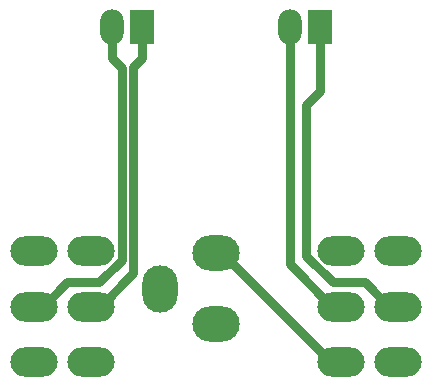
<source format=gbr>
G04 #@! TF.GenerationSoftware,KiCad,Pcbnew,(5.0.2)-1*
G04 #@! TF.CreationDate,2021-08-06T22:30:58+01:00*
G04 #@! TF.ProjectId,CN-BA3-03-03-kicad,434e2d42-4133-42d3-9033-2d30332d6b69,rev?*
G04 #@! TF.SameCoordinates,Original*
G04 #@! TF.FileFunction,Copper,L1,Top*
G04 #@! TF.FilePolarity,Positive*
%FSLAX46Y46*%
G04 Gerber Fmt 4.6, Leading zero omitted, Abs format (unit mm)*
G04 Created by KiCad (PCBNEW (5.0.2)-1) date 06/08/2021 22:30:58*
%MOMM*%
%LPD*%
G01*
G04 APERTURE LIST*
G04 #@! TA.AperFunction,ComponentPad*
%ADD10O,4.000000X2.500000*%
G04 #@! TD*
G04 #@! TA.AperFunction,ComponentPad*
%ADD11O,4.000000X3.000000*%
G04 #@! TD*
G04 #@! TA.AperFunction,ComponentPad*
%ADD12O,3.000000X4.000000*%
G04 #@! TD*
G04 #@! TA.AperFunction,ComponentPad*
%ADD13O,2.000000X3.000000*%
G04 #@! TD*
G04 #@! TA.AperFunction,ComponentPad*
%ADD14R,2.000000X3.000000*%
G04 #@! TD*
G04 #@! TA.AperFunction,Conductor*
%ADD15C,0.800000*%
G04 #@! TD*
G04 APERTURE END LIST*
D10*
G04 #@! TO.P,SW1,2*
G04 #@! TO.N,Net-(J2-Pad2)*
X-15413000Y-12000000D03*
G04 #@! TO.P,SW1,1*
G04 #@! TO.N,+5V*
X-15413000Y-16699000D03*
G04 #@! TO.P,SW1,3*
G04 #@! TO.N,GND*
X-15413000Y-7301000D03*
G04 #@! TO.P,SW1,6*
G04 #@! TO.N,+5V*
X-10587000Y-7301000D03*
G04 #@! TO.P,SW1,5*
G04 #@! TO.N,Net-(J2-Pad1)*
X-10587000Y-12000000D03*
G04 #@! TO.P,SW1,4*
G04 #@! TO.N,GND*
X-10587000Y-16699000D03*
G04 #@! TD*
G04 #@! TO.P,SW2,2*
G04 #@! TO.N,Net-(J3-Pad2)*
X10587000Y-12000000D03*
G04 #@! TO.P,SW2,1*
G04 #@! TO.N,+5V*
X10587000Y-16699000D03*
G04 #@! TO.P,SW2,3*
G04 #@! TO.N,GND*
X10587000Y-7301000D03*
G04 #@! TO.P,SW2,6*
G04 #@! TO.N,+5V*
X15413000Y-7301000D03*
G04 #@! TO.P,SW2,5*
G04 #@! TO.N,Net-(J3-Pad1)*
X15413000Y-12000000D03*
G04 #@! TO.P,SW2,4*
G04 #@! TO.N,GND*
X15413000Y-16699000D03*
G04 #@! TD*
D11*
G04 #@! TO.P,J1,2*
G04 #@! TO.N,Net-(J1-Pad2)*
X0Y-13493400D03*
G04 #@! TO.P,J1,1*
G04 #@! TO.N,+5V*
X0Y-7498600D03*
D12*
G04 #@! TO.P,J1,3*
G04 #@! TO.N,GND*
X-4699000Y-10499600D03*
G04 #@! TD*
D13*
G04 #@! TO.P,J2,2*
G04 #@! TO.N,Net-(J2-Pad2)*
X-8770000Y11685000D03*
D14*
G04 #@! TO.P,J2,1*
G04 #@! TO.N,Net-(J2-Pad1)*
X-6230000Y11685000D03*
G04 #@! TD*
G04 #@! TO.P,J3,1*
G04 #@! TO.N,Net-(J3-Pad1)*
X8770000Y11685000D03*
D13*
G04 #@! TO.P,J3,2*
G04 #@! TO.N,Net-(J3-Pad2)*
X6230000Y11685000D03*
G04 #@! TD*
D15*
G04 #@! TO.N,+5V*
X9700400Y-16699000D02*
X10587000Y-16699000D01*
X500000Y-7498600D02*
X9700400Y-16699000D01*
X0Y-7498600D02*
X500000Y-7498600D01*
G04 #@! TO.N,Net-(J2-Pad2)*
X-8770000Y10935000D02*
X-8770000Y9010000D01*
X-14663000Y-12000000D02*
X-15413000Y-12000000D01*
X-12613000Y-9950000D02*
X-14663000Y-12000000D01*
X-9869691Y-9950000D02*
X-12613000Y-9950000D01*
X-7986990Y-8067299D02*
X-9869691Y-9950000D01*
X-7986990Y8226990D02*
X-7986990Y-8067299D01*
X-8770000Y9010000D02*
X-7986990Y8226990D01*
G04 #@! TO.N,Net-(J2-Pad1)*
X-6230000Y10935000D02*
X-6230000Y9010000D01*
X-9837000Y-12000000D02*
X-10587000Y-12000000D01*
X-6986980Y-9149980D02*
X-9837000Y-12000000D01*
X-6986980Y8253020D02*
X-6986980Y-9149980D01*
X-6230000Y9010000D02*
X-6986980Y8253020D01*
G04 #@! TO.N,Net-(J3-Pad1)*
X8770000Y10935000D02*
X8770000Y6230000D01*
X8770000Y6230000D02*
X7620000Y5080000D01*
X14663000Y-12000000D02*
X15413000Y-12000000D01*
X12613000Y-9950000D02*
X14663000Y-12000000D01*
X9869691Y-9950000D02*
X12613000Y-9950000D01*
X7620000Y-7700309D02*
X9869691Y-9950000D01*
X7620000Y5080000D02*
X7620000Y-7700309D01*
G04 #@! TO.N,Net-(J3-Pad2)*
X6230000Y-8393000D02*
X6230000Y10935000D01*
X9837000Y-12000000D02*
X6230000Y-8393000D01*
X10587000Y-12000000D02*
X9837000Y-12000000D01*
G04 #@! TD*
M02*

</source>
